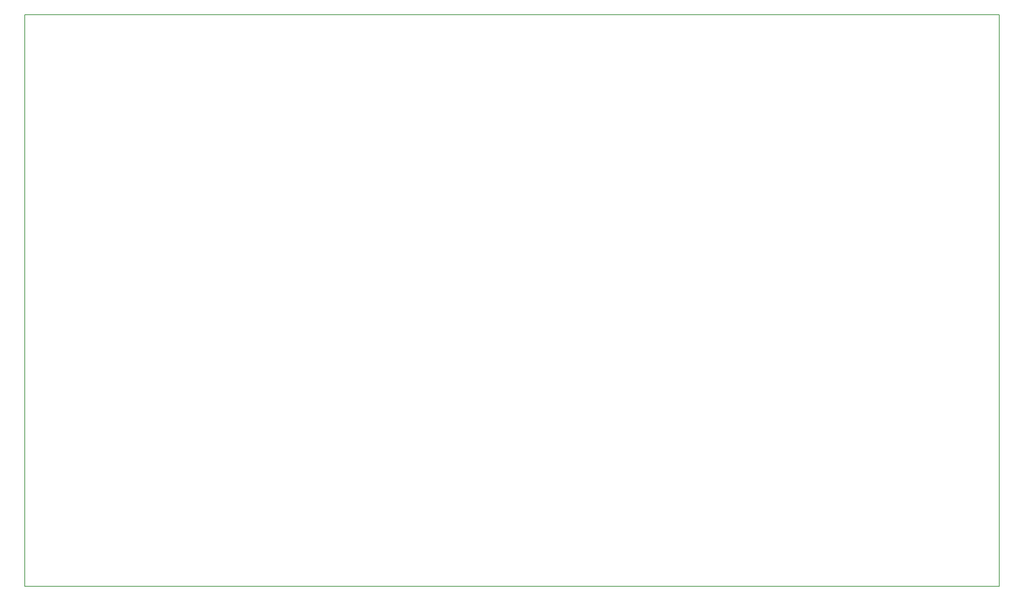
<source format=gbr>
G04 PROTEUS RS274X GERBER FILE*
%FSLAX45Y45*%
%MOMM*%
G01*
%ADD28C,0.203200*%
D28*
X+0Y+0D02*
X+23000000Y+0D01*
X+23000000Y+13500000D01*
X+0Y+13500000D01*
X+0Y+0D01*
M02*

</source>
